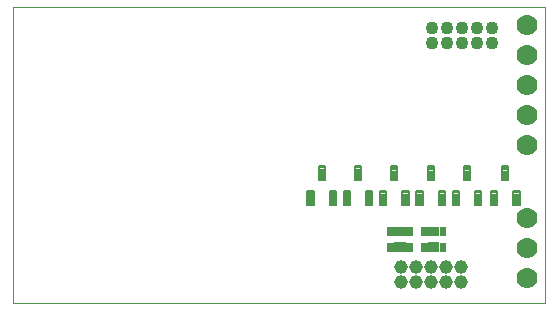
<source format=gbs>
G75*
%MOIN*%
%OFA0B0*%
%FSLAX25Y25*%
%IPPOS*%
%LPD*%
%AMOC8*
5,1,8,0,0,1.08239X$1,22.5*
%
%ADD10C,0.00000*%
%ADD11C,0.04337*%
%ADD12C,0.07000*%
%ADD13C,0.04559*%
%ADD14C,0.04600*%
%ADD15C,0.00691*%
%ADD16C,0.00320*%
%ADD17C,0.00261*%
D10*
X0050250Y0057425D02*
X0050250Y0155850D01*
X0227415Y0155850D01*
X0227415Y0057425D01*
X0050250Y0057425D01*
D11*
X0189679Y0143837D03*
X0194679Y0143837D03*
X0199679Y0143837D03*
X0204679Y0143837D03*
X0209679Y0143837D03*
X0209679Y0148837D03*
X0204679Y0148837D03*
X0199679Y0148837D03*
X0194679Y0148837D03*
X0189679Y0148837D03*
D12*
X0221500Y0149925D03*
X0221500Y0139925D03*
X0221500Y0129925D03*
X0221500Y0119925D03*
X0221500Y0109925D03*
X0221500Y0085550D03*
X0221500Y0075550D03*
X0221500Y0065550D03*
D13*
X0184399Y0064433D03*
X0184399Y0069433D03*
X0179399Y0069433D03*
X0179399Y0064433D03*
D14*
X0189399Y0064433D03*
X0194399Y0064433D03*
X0199399Y0064433D03*
X0199399Y0069433D03*
X0194399Y0069433D03*
X0189399Y0069433D03*
D15*
X0194170Y0090011D02*
X0194170Y0094563D01*
X0194170Y0090011D02*
X0192098Y0090011D01*
X0192098Y0094563D01*
X0194170Y0094563D01*
X0194170Y0090701D02*
X0192098Y0090701D01*
X0192098Y0091391D02*
X0194170Y0091391D01*
X0194170Y0092081D02*
X0192098Y0092081D01*
X0192098Y0092771D02*
X0194170Y0092771D01*
X0194170Y0093461D02*
X0192098Y0093461D01*
X0192098Y0094151D02*
X0194170Y0094151D01*
X0198806Y0094563D02*
X0198806Y0090011D01*
X0196734Y0090011D01*
X0196734Y0094563D01*
X0198806Y0094563D01*
X0198806Y0090701D02*
X0196734Y0090701D01*
X0196734Y0091391D02*
X0198806Y0091391D01*
X0198806Y0092081D02*
X0196734Y0092081D01*
X0196734Y0092771D02*
X0198806Y0092771D01*
X0198806Y0093461D02*
X0196734Y0093461D01*
X0196734Y0094151D02*
X0198806Y0094151D01*
X0206286Y0094563D02*
X0206286Y0090011D01*
X0204214Y0090011D01*
X0204214Y0094563D01*
X0206286Y0094563D01*
X0206286Y0090701D02*
X0204214Y0090701D01*
X0204214Y0091391D02*
X0206286Y0091391D01*
X0206286Y0092081D02*
X0204214Y0092081D01*
X0204214Y0092771D02*
X0206286Y0092771D01*
X0206286Y0093461D02*
X0204214Y0093461D01*
X0204214Y0094151D02*
X0206286Y0094151D01*
X0211547Y0094563D02*
X0211547Y0090011D01*
X0209475Y0090011D01*
X0209475Y0094563D01*
X0211547Y0094563D01*
X0211547Y0090701D02*
X0209475Y0090701D01*
X0209475Y0091391D02*
X0211547Y0091391D01*
X0211547Y0092081D02*
X0209475Y0092081D01*
X0209475Y0092771D02*
X0211547Y0092771D01*
X0211547Y0093461D02*
X0209475Y0093461D01*
X0209475Y0094151D02*
X0211547Y0094151D01*
X0219027Y0094563D02*
X0219027Y0090011D01*
X0216955Y0090011D01*
X0216955Y0094563D01*
X0219027Y0094563D01*
X0219027Y0090701D02*
X0216955Y0090701D01*
X0216955Y0091391D02*
X0219027Y0091391D01*
X0219027Y0092081D02*
X0216955Y0092081D01*
X0216955Y0092771D02*
X0219027Y0092771D01*
X0219027Y0093461D02*
X0216955Y0093461D01*
X0216955Y0094151D02*
X0219027Y0094151D01*
X0215287Y0098358D02*
X0215287Y0102910D01*
X0215287Y0098358D02*
X0213215Y0098358D01*
X0213215Y0102910D01*
X0215287Y0102910D01*
X0215287Y0099048D02*
X0213215Y0099048D01*
X0213215Y0099738D02*
X0215287Y0099738D01*
X0215287Y0100428D02*
X0213215Y0100428D01*
X0213215Y0101118D02*
X0215287Y0101118D01*
X0215287Y0101808D02*
X0213215Y0101808D01*
X0213215Y0102498D02*
X0215287Y0102498D01*
X0202546Y0102910D02*
X0202546Y0098358D01*
X0200474Y0098358D01*
X0200474Y0102910D01*
X0202546Y0102910D01*
X0202546Y0099048D02*
X0200474Y0099048D01*
X0200474Y0099738D02*
X0202546Y0099738D01*
X0202546Y0100428D02*
X0200474Y0100428D01*
X0200474Y0101118D02*
X0202546Y0101118D01*
X0202546Y0101808D02*
X0200474Y0101808D01*
X0200474Y0102498D02*
X0202546Y0102498D01*
X0190430Y0102910D02*
X0190430Y0098358D01*
X0188358Y0098358D01*
X0188358Y0102910D01*
X0190430Y0102910D01*
X0190430Y0099048D02*
X0188358Y0099048D01*
X0188358Y0099738D02*
X0190430Y0099738D01*
X0190430Y0100428D02*
X0188358Y0100428D01*
X0188358Y0101118D02*
X0190430Y0101118D01*
X0190430Y0101808D02*
X0188358Y0101808D01*
X0188358Y0102498D02*
X0190430Y0102498D01*
X0178314Y0102910D02*
X0178314Y0098358D01*
X0176242Y0098358D01*
X0176242Y0102910D01*
X0178314Y0102910D01*
X0178314Y0099048D02*
X0176242Y0099048D01*
X0176242Y0099738D02*
X0178314Y0099738D01*
X0178314Y0100428D02*
X0176242Y0100428D01*
X0176242Y0101118D02*
X0178314Y0101118D01*
X0178314Y0101808D02*
X0176242Y0101808D01*
X0176242Y0102498D02*
X0178314Y0102498D01*
X0166197Y0102885D02*
X0166197Y0098333D01*
X0164125Y0098333D01*
X0164125Y0102885D01*
X0166197Y0102885D01*
X0166197Y0099023D02*
X0164125Y0099023D01*
X0164125Y0099713D02*
X0166197Y0099713D01*
X0166197Y0100403D02*
X0164125Y0100403D01*
X0164125Y0101093D02*
X0166197Y0101093D01*
X0166197Y0101783D02*
X0164125Y0101783D01*
X0164125Y0102473D02*
X0166197Y0102473D01*
X0169938Y0094539D02*
X0169938Y0089987D01*
X0167866Y0089987D01*
X0167866Y0094539D01*
X0169938Y0094539D01*
X0169938Y0090677D02*
X0167866Y0090677D01*
X0167866Y0091367D02*
X0169938Y0091367D01*
X0169938Y0092057D02*
X0167866Y0092057D01*
X0167866Y0092747D02*
X0169938Y0092747D01*
X0169938Y0093437D02*
X0167866Y0093437D01*
X0167866Y0094127D02*
X0169938Y0094127D01*
X0174573Y0094563D02*
X0174573Y0090011D01*
X0172501Y0090011D01*
X0172501Y0094563D01*
X0174573Y0094563D01*
X0174573Y0090701D02*
X0172501Y0090701D01*
X0172501Y0091391D02*
X0174573Y0091391D01*
X0174573Y0092081D02*
X0172501Y0092081D01*
X0172501Y0092771D02*
X0174573Y0092771D01*
X0174573Y0093461D02*
X0172501Y0093461D01*
X0172501Y0094151D02*
X0174573Y0094151D01*
X0182054Y0094563D02*
X0182054Y0090011D01*
X0179982Y0090011D01*
X0179982Y0094563D01*
X0182054Y0094563D01*
X0182054Y0090701D02*
X0179982Y0090701D01*
X0179982Y0091391D02*
X0182054Y0091391D01*
X0182054Y0092081D02*
X0179982Y0092081D01*
X0179982Y0092771D02*
X0182054Y0092771D01*
X0182054Y0093461D02*
X0179982Y0093461D01*
X0179982Y0094151D02*
X0182054Y0094151D01*
X0186690Y0094563D02*
X0186690Y0090011D01*
X0184618Y0090011D01*
X0184618Y0094563D01*
X0186690Y0094563D01*
X0186690Y0090701D02*
X0184618Y0090701D01*
X0184618Y0091391D02*
X0186690Y0091391D01*
X0186690Y0092081D02*
X0184618Y0092081D01*
X0184618Y0092771D02*
X0186690Y0092771D01*
X0186690Y0093461D02*
X0184618Y0093461D01*
X0184618Y0094151D02*
X0186690Y0094151D01*
X0162457Y0094539D02*
X0162457Y0089987D01*
X0160385Y0089987D01*
X0160385Y0094539D01*
X0162457Y0094539D01*
X0162457Y0090677D02*
X0160385Y0090677D01*
X0160385Y0091367D02*
X0162457Y0091367D01*
X0162457Y0092057D02*
X0160385Y0092057D01*
X0160385Y0092747D02*
X0162457Y0092747D01*
X0162457Y0093437D02*
X0160385Y0093437D01*
X0160385Y0094127D02*
X0162457Y0094127D01*
X0157821Y0094539D02*
X0157821Y0089987D01*
X0155749Y0089987D01*
X0155749Y0094539D01*
X0157821Y0094539D01*
X0157821Y0090677D02*
X0155749Y0090677D01*
X0155749Y0091367D02*
X0157821Y0091367D01*
X0157821Y0092057D02*
X0155749Y0092057D01*
X0155749Y0092747D02*
X0157821Y0092747D01*
X0157821Y0093437D02*
X0155749Y0093437D01*
X0155749Y0094127D02*
X0157821Y0094127D01*
X0154081Y0098333D02*
X0154081Y0102885D01*
X0154081Y0098333D02*
X0152009Y0098333D01*
X0152009Y0102885D01*
X0154081Y0102885D01*
X0154081Y0099023D02*
X0152009Y0099023D01*
X0152009Y0099713D02*
X0154081Y0099713D01*
X0154081Y0100403D02*
X0152009Y0100403D01*
X0152009Y0101093D02*
X0154081Y0101093D01*
X0154081Y0101783D02*
X0152009Y0101783D01*
X0152009Y0102473D02*
X0154081Y0102473D01*
X0150341Y0094539D02*
X0150341Y0089987D01*
X0148269Y0089987D01*
X0148269Y0094539D01*
X0150341Y0094539D01*
X0150341Y0090677D02*
X0148269Y0090677D01*
X0148269Y0091367D02*
X0150341Y0091367D01*
X0150341Y0092057D02*
X0148269Y0092057D01*
X0148269Y0092747D02*
X0150341Y0092747D01*
X0150341Y0093437D02*
X0148269Y0093437D01*
X0148269Y0094127D02*
X0150341Y0094127D01*
D16*
X0174944Y0082711D02*
X0174944Y0079915D01*
X0174944Y0082711D02*
X0176756Y0082711D01*
X0176756Y0079915D01*
X0174944Y0079915D01*
X0174944Y0080234D02*
X0176756Y0080234D01*
X0176756Y0080553D02*
X0174944Y0080553D01*
X0174944Y0080872D02*
X0176756Y0080872D01*
X0176756Y0081191D02*
X0174944Y0081191D01*
X0174944Y0081510D02*
X0176756Y0081510D01*
X0176756Y0081829D02*
X0174944Y0081829D01*
X0174944Y0082148D02*
X0176756Y0082148D01*
X0176756Y0082467D02*
X0174944Y0082467D01*
X0181244Y0082711D02*
X0181244Y0079915D01*
X0181244Y0082711D02*
X0183056Y0082711D01*
X0183056Y0079915D01*
X0181244Y0079915D01*
X0181244Y0080234D02*
X0183056Y0080234D01*
X0183056Y0080553D02*
X0181244Y0080553D01*
X0181244Y0080872D02*
X0183056Y0080872D01*
X0183056Y0081191D02*
X0181244Y0081191D01*
X0181244Y0081510D02*
X0183056Y0081510D01*
X0183056Y0081829D02*
X0181244Y0081829D01*
X0181244Y0082148D02*
X0183056Y0082148D01*
X0183056Y0082467D02*
X0181244Y0082467D01*
X0186194Y0082711D02*
X0186194Y0079915D01*
X0186194Y0082711D02*
X0188006Y0082711D01*
X0188006Y0079915D01*
X0186194Y0079915D01*
X0186194Y0080234D02*
X0188006Y0080234D01*
X0188006Y0080553D02*
X0186194Y0080553D01*
X0186194Y0080872D02*
X0188006Y0080872D01*
X0188006Y0081191D02*
X0186194Y0081191D01*
X0186194Y0081510D02*
X0188006Y0081510D01*
X0188006Y0081829D02*
X0186194Y0081829D01*
X0186194Y0082148D02*
X0188006Y0082148D01*
X0188006Y0082467D02*
X0186194Y0082467D01*
X0192494Y0082711D02*
X0192494Y0079915D01*
X0192494Y0082711D02*
X0194306Y0082711D01*
X0194306Y0079915D01*
X0192494Y0079915D01*
X0192494Y0080234D02*
X0194306Y0080234D01*
X0194306Y0080553D02*
X0192494Y0080553D01*
X0192494Y0080872D02*
X0194306Y0080872D01*
X0194306Y0081191D02*
X0192494Y0081191D01*
X0192494Y0081510D02*
X0194306Y0081510D01*
X0194306Y0081829D02*
X0192494Y0081829D01*
X0192494Y0082148D02*
X0194306Y0082148D01*
X0194306Y0082467D02*
X0192494Y0082467D01*
X0194306Y0077435D02*
X0194306Y0074639D01*
X0192494Y0074639D01*
X0192494Y0077435D01*
X0194306Y0077435D01*
X0194306Y0074958D02*
X0192494Y0074958D01*
X0192494Y0075277D02*
X0194306Y0075277D01*
X0194306Y0075596D02*
X0192494Y0075596D01*
X0192494Y0075915D02*
X0194306Y0075915D01*
X0194306Y0076234D02*
X0192494Y0076234D01*
X0192494Y0076553D02*
X0194306Y0076553D01*
X0194306Y0076872D02*
X0192494Y0076872D01*
X0192494Y0077191D02*
X0194306Y0077191D01*
X0188006Y0077435D02*
X0188006Y0074639D01*
X0186194Y0074639D01*
X0186194Y0077435D01*
X0188006Y0077435D01*
X0188006Y0074958D02*
X0186194Y0074958D01*
X0186194Y0075277D02*
X0188006Y0075277D01*
X0188006Y0075596D02*
X0186194Y0075596D01*
X0186194Y0075915D02*
X0188006Y0075915D01*
X0188006Y0076234D02*
X0186194Y0076234D01*
X0186194Y0076553D02*
X0188006Y0076553D01*
X0188006Y0076872D02*
X0186194Y0076872D01*
X0186194Y0077191D02*
X0188006Y0077191D01*
X0183056Y0077435D02*
X0183056Y0074639D01*
X0181244Y0074639D01*
X0181244Y0077435D01*
X0183056Y0077435D01*
X0183056Y0074958D02*
X0181244Y0074958D01*
X0181244Y0075277D02*
X0183056Y0075277D01*
X0183056Y0075596D02*
X0181244Y0075596D01*
X0181244Y0075915D02*
X0183056Y0075915D01*
X0183056Y0076234D02*
X0181244Y0076234D01*
X0181244Y0076553D02*
X0183056Y0076553D01*
X0183056Y0076872D02*
X0181244Y0076872D01*
X0181244Y0077191D02*
X0183056Y0077191D01*
X0176756Y0077435D02*
X0176756Y0074639D01*
X0174944Y0074639D01*
X0174944Y0077435D01*
X0176756Y0077435D01*
X0176756Y0074958D02*
X0174944Y0074958D01*
X0174944Y0075277D02*
X0176756Y0075277D01*
X0176756Y0075596D02*
X0174944Y0075596D01*
X0174944Y0075915D02*
X0176756Y0075915D01*
X0176756Y0076234D02*
X0174944Y0076234D01*
X0174944Y0076553D02*
X0176756Y0076553D01*
X0176756Y0076872D02*
X0174944Y0076872D01*
X0174944Y0077191D02*
X0176756Y0077191D01*
D17*
X0178755Y0077465D02*
X0178755Y0074609D01*
X0177277Y0074609D01*
X0177277Y0077465D01*
X0178755Y0077465D01*
X0178755Y0074869D02*
X0177277Y0074869D01*
X0177277Y0075129D02*
X0178755Y0075129D01*
X0178755Y0075389D02*
X0177277Y0075389D01*
X0177277Y0075649D02*
X0178755Y0075649D01*
X0178755Y0075909D02*
X0177277Y0075909D01*
X0177277Y0076169D02*
X0178755Y0076169D01*
X0178755Y0076429D02*
X0177277Y0076429D01*
X0177277Y0076689D02*
X0178755Y0076689D01*
X0178755Y0076949D02*
X0177277Y0076949D01*
X0177277Y0077209D02*
X0178755Y0077209D01*
X0180723Y0077465D02*
X0180723Y0074609D01*
X0179245Y0074609D01*
X0179245Y0077465D01*
X0180723Y0077465D01*
X0180723Y0074869D02*
X0179245Y0074869D01*
X0179245Y0075129D02*
X0180723Y0075129D01*
X0180723Y0075389D02*
X0179245Y0075389D01*
X0179245Y0075649D02*
X0180723Y0075649D01*
X0180723Y0075909D02*
X0179245Y0075909D01*
X0179245Y0076169D02*
X0180723Y0076169D01*
X0180723Y0076429D02*
X0179245Y0076429D01*
X0179245Y0076689D02*
X0180723Y0076689D01*
X0180723Y0076949D02*
X0179245Y0076949D01*
X0179245Y0077209D02*
X0180723Y0077209D01*
X0179245Y0079885D02*
X0179245Y0082741D01*
X0180723Y0082741D01*
X0180723Y0079885D01*
X0179245Y0079885D01*
X0179245Y0080145D02*
X0180723Y0080145D01*
X0180723Y0080405D02*
X0179245Y0080405D01*
X0179245Y0080665D02*
X0180723Y0080665D01*
X0180723Y0080925D02*
X0179245Y0080925D01*
X0179245Y0081185D02*
X0180723Y0081185D01*
X0180723Y0081445D02*
X0179245Y0081445D01*
X0179245Y0081705D02*
X0180723Y0081705D01*
X0180723Y0081965D02*
X0179245Y0081965D01*
X0179245Y0082225D02*
X0180723Y0082225D01*
X0180723Y0082485D02*
X0179245Y0082485D01*
X0177277Y0082741D02*
X0177277Y0079885D01*
X0177277Y0082741D02*
X0178755Y0082741D01*
X0178755Y0079885D01*
X0177277Y0079885D01*
X0177277Y0080145D02*
X0178755Y0080145D01*
X0178755Y0080405D02*
X0177277Y0080405D01*
X0177277Y0080665D02*
X0178755Y0080665D01*
X0178755Y0080925D02*
X0177277Y0080925D01*
X0177277Y0081185D02*
X0178755Y0081185D01*
X0178755Y0081445D02*
X0177277Y0081445D01*
X0177277Y0081705D02*
X0178755Y0081705D01*
X0178755Y0081965D02*
X0177277Y0081965D01*
X0177277Y0082225D02*
X0178755Y0082225D01*
X0178755Y0082485D02*
X0177277Y0082485D01*
X0188527Y0082741D02*
X0188527Y0079885D01*
X0188527Y0082741D02*
X0190005Y0082741D01*
X0190005Y0079885D01*
X0188527Y0079885D01*
X0188527Y0080145D02*
X0190005Y0080145D01*
X0190005Y0080405D02*
X0188527Y0080405D01*
X0188527Y0080665D02*
X0190005Y0080665D01*
X0190005Y0080925D02*
X0188527Y0080925D01*
X0188527Y0081185D02*
X0190005Y0081185D01*
X0190005Y0081445D02*
X0188527Y0081445D01*
X0188527Y0081705D02*
X0190005Y0081705D01*
X0190005Y0081965D02*
X0188527Y0081965D01*
X0188527Y0082225D02*
X0190005Y0082225D01*
X0190005Y0082485D02*
X0188527Y0082485D01*
X0190495Y0082741D02*
X0190495Y0079885D01*
X0190495Y0082741D02*
X0191973Y0082741D01*
X0191973Y0079885D01*
X0190495Y0079885D01*
X0190495Y0080145D02*
X0191973Y0080145D01*
X0191973Y0080405D02*
X0190495Y0080405D01*
X0190495Y0080665D02*
X0191973Y0080665D01*
X0191973Y0080925D02*
X0190495Y0080925D01*
X0190495Y0081185D02*
X0191973Y0081185D01*
X0191973Y0081445D02*
X0190495Y0081445D01*
X0190495Y0081705D02*
X0191973Y0081705D01*
X0191973Y0081965D02*
X0190495Y0081965D01*
X0190495Y0082225D02*
X0191973Y0082225D01*
X0191973Y0082485D02*
X0190495Y0082485D01*
X0191973Y0077465D02*
X0191973Y0074609D01*
X0190495Y0074609D01*
X0190495Y0077465D01*
X0191973Y0077465D01*
X0191973Y0074869D02*
X0190495Y0074869D01*
X0190495Y0075129D02*
X0191973Y0075129D01*
X0191973Y0075389D02*
X0190495Y0075389D01*
X0190495Y0075649D02*
X0191973Y0075649D01*
X0191973Y0075909D02*
X0190495Y0075909D01*
X0190495Y0076169D02*
X0191973Y0076169D01*
X0191973Y0076429D02*
X0190495Y0076429D01*
X0190495Y0076689D02*
X0191973Y0076689D01*
X0191973Y0076949D02*
X0190495Y0076949D01*
X0190495Y0077209D02*
X0191973Y0077209D01*
X0190005Y0077465D02*
X0190005Y0074609D01*
X0188527Y0074609D01*
X0188527Y0077465D01*
X0190005Y0077465D01*
X0190005Y0074869D02*
X0188527Y0074869D01*
X0188527Y0075129D02*
X0190005Y0075129D01*
X0190005Y0075389D02*
X0188527Y0075389D01*
X0188527Y0075649D02*
X0190005Y0075649D01*
X0190005Y0075909D02*
X0188527Y0075909D01*
X0188527Y0076169D02*
X0190005Y0076169D01*
X0190005Y0076429D02*
X0188527Y0076429D01*
X0188527Y0076689D02*
X0190005Y0076689D01*
X0190005Y0076949D02*
X0188527Y0076949D01*
X0188527Y0077209D02*
X0190005Y0077209D01*
M02*

</source>
